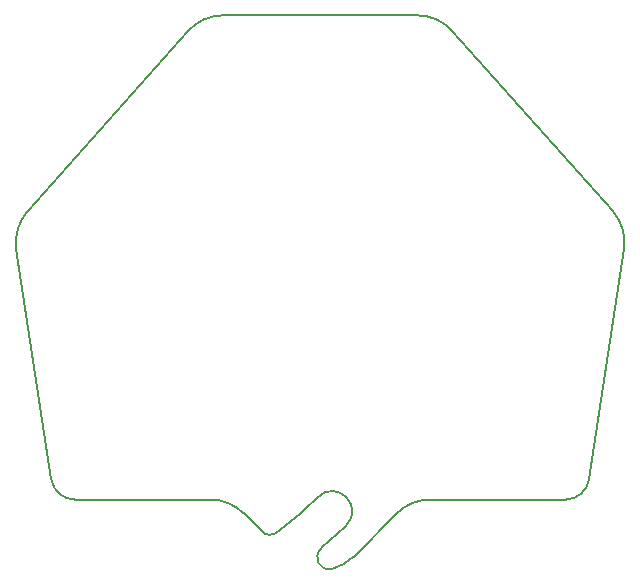
<source format=gbr>
%TF.GenerationSoftware,KiCad,Pcbnew,(6.0.7)*%
%TF.CreationDate,2023-07-30T17:13:32-07:00*%
%TF.ProjectId,xol-pcb,786f6c2d-7063-4622-9e6b-696361645f70,rev?*%
%TF.SameCoordinates,Original*%
%TF.FileFunction,Profile,NP*%
%FSLAX46Y46*%
G04 Gerber Fmt 4.6, Leading zero omitted, Abs format (unit mm)*
G04 Created by KiCad (PCBNEW (6.0.7)) date 2023-07-30 17:13:32*
%MOMM*%
%LPD*%
G01*
G04 APERTURE LIST*
%TA.AperFunction,Profile*%
%ADD10C,0.200000*%
%TD*%
G04 APERTURE END LIST*
D10*
X68827052Y-31584959D02*
G75*
G03*
X65840627Y-30245996I-2986452J-2661041D01*
G01*
X53970227Y-74033313D02*
G75*
G03*
X57429120Y-71048348I-18261227J24657113D01*
G01*
X57731076Y-75389292D02*
G75*
G03*
X58624904Y-77121317I646124J-763208D01*
G01*
X49427376Y-30245979D02*
G75*
G03*
X46440937Y-31584947I24J-4000021D01*
G01*
X82383540Y-46799090D02*
X68827066Y-31584947D01*
X80392158Y-69546324D02*
X83351745Y-50060796D01*
X59835941Y-73449850D02*
X57731048Y-75389259D01*
X36853167Y-71245996D02*
X48320293Y-71245996D01*
X31916258Y-50060796D02*
X34875844Y-69546324D01*
X66947710Y-71246004D02*
G75*
G03*
X64119283Y-72417569I-10J-3999996D01*
G01*
X65840627Y-30245996D02*
X49427376Y-30245996D01*
X60462428Y-76074423D02*
X64119283Y-72417569D01*
X46440937Y-31584947D02*
X32884463Y-46799090D01*
X59835911Y-73449820D02*
G75*
G03*
X57429120Y-71048348I-1203411J1200720D01*
G01*
X58624904Y-77121318D02*
G75*
G03*
X60462428Y-76074423I-990904J3875318D01*
G01*
X52667991Y-73936779D02*
G75*
G03*
X53970225Y-74033311I707109J707079D01*
G01*
X78414836Y-71246021D02*
G75*
G03*
X80392158Y-69546324I64J1999921D01*
G01*
X32884464Y-46799091D02*
G75*
G03*
X31916258Y-50060796I2986436J-2661049D01*
G01*
X51148724Y-72417565D02*
G75*
G03*
X48320293Y-71245996I-2828424J-2828435D01*
G01*
X34875880Y-69546318D02*
G75*
G03*
X36853167Y-71245996I1977320J300318D01*
G01*
X83351737Y-50060795D02*
G75*
G03*
X82383540Y-46799090I-3954537J600695D01*
G01*
X51148720Y-72417569D02*
X52667961Y-73936809D01*
X66947710Y-71245996D02*
X78414836Y-71245996D01*
M02*

</source>
